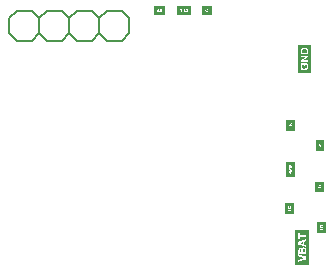
<source format=gbr>
%TF.GenerationSoftware,Altium Limited,Altium Designer,24.2.2 (26)*%
G04 Layer_Color=65535*
%FSLAX45Y45*%
%MOMM*%
%TF.SameCoordinates,C43FDC76-AA2B-4580-830C-854DEF30EB04*%
%TF.FilePolarity,Positive*%
%TF.FileFunction,Legend,Top*%
%TF.Part,Single*%
G01*
G75*
%TA.AperFunction,NonConductor*%
%ADD19C,0.20320*%
G36*
X4660000Y1730000D02*
X4542978D01*
Y1970728D01*
X4660000D01*
Y1730000D01*
D02*
G37*
G36*
X4640000Y402318D02*
Y110000D01*
X4525197D01*
Y402318D01*
X4640000D01*
D02*
G37*
G36*
X3420000Y2300000D02*
Y2224369D01*
X3329074D01*
Y2300000D01*
X3420000D01*
D02*
G37*
G36*
X3640000Y2223999D02*
X3520915D01*
Y2300000D01*
X3640000D01*
Y2223999D01*
D02*
G37*
G36*
X3820000Y2223973D02*
X3736946D01*
Y2300000D01*
X3820000D01*
Y2223973D01*
D02*
G37*
G36*
X4520000Y1240000D02*
X4444818D01*
Y1333488D01*
X4520000D01*
Y1240000D01*
D02*
G37*
G36*
X4770000Y1070000D02*
X4694818D01*
Y1165575D01*
X4770000D01*
Y1070000D01*
D02*
G37*
G36*
X4520000Y979097D02*
Y850000D01*
X4444818D01*
Y979097D01*
X4520000D01*
D02*
G37*
G36*
X4770000Y720000D02*
X4694290D01*
Y810398D01*
X4770000D01*
Y720000D01*
D02*
G37*
G36*
X4510000Y540000D02*
X4434739D01*
Y630133D01*
X4510000D01*
Y540000D01*
D02*
G37*
G36*
X4780000Y466303D02*
Y380000D01*
X4704739D01*
Y466303D01*
X4780000D01*
D02*
G37*
%LPC*%
G36*
X4603396Y1945328D02*
X4600414D01*
X4598820Y1945258D01*
X4597363Y1945120D01*
X4595907Y1944981D01*
X4594590Y1944842D01*
X4593342Y1944634D01*
X4592163Y1944426D01*
X4591123Y1944288D01*
X4590221Y1944080D01*
X4589389Y1943872D01*
X4588626Y1943664D01*
X4588072Y1943525D01*
X4587586Y1943386D01*
X4587239Y1943248D01*
X4587031Y1943178D01*
X4586962D01*
X4584743Y1942346D01*
X4582732Y1941375D01*
X4580929Y1940335D01*
X4580167Y1939850D01*
X4579473Y1939364D01*
X4578780Y1938879D01*
X4578225Y1938463D01*
X4577740Y1938047D01*
X4577324Y1937770D01*
X4576977Y1937492D01*
X4576769Y1937284D01*
X4576630Y1937145D01*
X4576561Y1937076D01*
X4575105Y1935481D01*
X4573856Y1933886D01*
X4572816Y1932292D01*
X4572054Y1930766D01*
X4571430Y1929449D01*
X4571152Y1928894D01*
X4571013Y1928408D01*
X4570875Y1927992D01*
X4570736Y1927715D01*
X4570667Y1927507D01*
Y1927438D01*
X4570459Y1926605D01*
X4570251Y1925704D01*
X4569973Y1923762D01*
X4569696Y1921752D01*
X4569557Y1919810D01*
X4569488Y1918909D01*
Y1917314D01*
X4569419Y1916620D01*
Y1891726D01*
X4633421D01*
Y1918007D01*
Y1917314D01*
X4633352Y1918562D01*
X4633283Y1919741D01*
X4633213Y1920781D01*
X4633144Y1921821D01*
X4633005Y1922792D01*
X4632867Y1923624D01*
X4632728Y1924387D01*
X4632659Y1925080D01*
X4632520Y1925704D01*
X4632381Y1926259D01*
X4632312Y1926675D01*
X4632242Y1927022D01*
X4632173Y1927230D01*
X4632104Y1927368D01*
Y1927438D01*
X4631341Y1929449D01*
X4630509Y1931251D01*
X4629677Y1932777D01*
X4628845Y1934094D01*
X4628498Y1934649D01*
X4628151Y1935135D01*
X4627805Y1935481D01*
X4627527Y1935828D01*
X4627319Y1936105D01*
X4627111Y1936313D01*
X4627042Y1936383D01*
X4626972Y1936452D01*
X4625239Y1938047D01*
X4623367Y1939434D01*
X4621494Y1940613D01*
X4619692Y1941583D01*
X4618859Y1941999D01*
X4618097Y1942346D01*
X4617403Y1942623D01*
X4616849Y1942901D01*
X4616363Y1943040D01*
X4615947Y1943178D01*
X4615739Y1943317D01*
X4615670D01*
X4613451Y1944010D01*
X4611162Y1944496D01*
X4608874Y1944842D01*
X4606725Y1945050D01*
X4605754Y1945189D01*
X4604852Y1945258D01*
X4604090D01*
X4603396Y1945328D01*
D02*
G37*
G36*
X4633421Y1878066D02*
X4569419D01*
Y1866139D01*
X4612411D01*
X4569419Y1839789D01*
Y1827308D01*
X4633421D01*
Y1878066D01*
D02*
G37*
G36*
X4624754Y1815242D02*
X4599166D01*
Y1787436D01*
X4609984D01*
Y1802206D01*
X4618166D01*
X4618998Y1801027D01*
X4619692Y1799848D01*
X4620316Y1798670D01*
X4620870Y1797560D01*
X4621356Y1796589D01*
X4621702Y1795826D01*
X4621841Y1795549D01*
X4621910Y1795341D01*
X4621980Y1795202D01*
Y1795133D01*
X4622535Y1793608D01*
X4622881Y1792151D01*
X4623159Y1790834D01*
X4623367Y1789586D01*
X4623505Y1788546D01*
Y1788060D01*
X4623575Y1787713D01*
Y1787020D01*
X4623505Y1785495D01*
X4623297Y1784108D01*
X4623020Y1782790D01*
X4622673Y1781473D01*
X4622257Y1780294D01*
X4621772Y1779254D01*
X4621286Y1778214D01*
X4620732Y1777312D01*
X4620177Y1776549D01*
X4619692Y1775787D01*
X4619206Y1775232D01*
X4618790Y1774677D01*
X4618443Y1774330D01*
X4618097Y1773984D01*
X4617958Y1773845D01*
X4617889Y1773776D01*
X4616779Y1772874D01*
X4615531Y1772112D01*
X4614214Y1771418D01*
X4612827Y1770863D01*
X4611371Y1770378D01*
X4609984Y1769962D01*
X4608527Y1769615D01*
X4607210Y1769338D01*
X4605892Y1769130D01*
X4604644Y1768991D01*
X4603604Y1768852D01*
X4602633Y1768783D01*
X4601871D01*
X4601247Y1768714D01*
X4600900D01*
X4600761D01*
X4598820Y1768783D01*
X4597017Y1768922D01*
X4595353Y1769199D01*
X4593827Y1769477D01*
X4592371Y1769893D01*
X4591053Y1770309D01*
X4589874Y1770725D01*
X4588834Y1771210D01*
X4587864Y1771695D01*
X4587101Y1772112D01*
X4586407Y1772528D01*
X4585853Y1772944D01*
X4585367Y1773221D01*
X4585090Y1773498D01*
X4584882Y1773637D01*
X4584813Y1773706D01*
X4583842Y1774677D01*
X4583010Y1775717D01*
X4582316Y1776827D01*
X4581692Y1777936D01*
X4581137Y1779046D01*
X4580721Y1780155D01*
X4580375Y1781265D01*
X4580097Y1782305D01*
X4579889Y1783276D01*
X4579681Y1784246D01*
X4579543Y1785078D01*
X4579473Y1785772D01*
X4579404Y1786327D01*
Y1787159D01*
X4579543Y1789170D01*
X4579820Y1790973D01*
X4580305Y1792567D01*
X4580791Y1793885D01*
X4581068Y1794440D01*
X4581276Y1794994D01*
X4581553Y1795410D01*
X4581761Y1795757D01*
X4581900Y1796104D01*
X4582039Y1796312D01*
X4582178Y1796381D01*
Y1796451D01*
X4583287Y1797768D01*
X4584466Y1798808D01*
X4585714Y1799710D01*
X4586893Y1800403D01*
X4587933Y1800958D01*
X4588418Y1801166D01*
X4588834Y1801304D01*
X4589112Y1801443D01*
X4589389Y1801513D01*
X4589528Y1801582D01*
X4589597D01*
X4587170Y1814410D01*
X4585575Y1813994D01*
X4584050Y1813509D01*
X4582594Y1812885D01*
X4581276Y1812261D01*
X4580097Y1811567D01*
X4578918Y1810804D01*
X4577878Y1810111D01*
X4576977Y1809348D01*
X4576145Y1808655D01*
X4575382Y1807961D01*
X4574827Y1807337D01*
X4574273Y1806852D01*
X4573856Y1806366D01*
X4573579Y1806020D01*
X4573440Y1805812D01*
X4573371Y1805742D01*
X4572470Y1804425D01*
X4571707Y1803038D01*
X4571083Y1801582D01*
X4570459Y1800056D01*
X4569973Y1798461D01*
X4569627Y1796936D01*
X4569280Y1795410D01*
X4569003Y1793954D01*
X4568795Y1792567D01*
X4568656Y1791319D01*
X4568517Y1790140D01*
X4568448Y1789100D01*
X4568378Y1788338D01*
Y1815242D01*
D01*
Y1755400D01*
D01*
Y1785495D01*
X4568517Y1783900D01*
X4568656Y1782374D01*
X4568864Y1780918D01*
X4569141Y1779531D01*
X4569419Y1778283D01*
X4569696Y1777104D01*
X4569973Y1776064D01*
X4570251Y1775093D01*
X4570528Y1774261D01*
X4570805Y1773568D01*
X4571083Y1772944D01*
X4571291Y1772458D01*
X4571430Y1772112D01*
X4571499Y1771903D01*
X4571568Y1771834D01*
X4572400Y1770378D01*
X4573302Y1768991D01*
X4574203Y1767674D01*
X4575174Y1766495D01*
X4576214Y1765385D01*
X4577185Y1764415D01*
X4578156Y1763444D01*
X4579126Y1762681D01*
X4580028Y1761918D01*
X4580860Y1761294D01*
X4581623Y1760809D01*
X4582247Y1760323D01*
X4582802Y1759977D01*
X4583218Y1759769D01*
X4583495Y1759630D01*
X4583564Y1759561D01*
X4585021Y1758798D01*
X4586546Y1758174D01*
X4588072Y1757619D01*
X4589597Y1757134D01*
X4591123Y1756787D01*
X4592579Y1756440D01*
X4594035Y1756163D01*
X4595353Y1755955D01*
X4596601Y1755747D01*
X4597710Y1755608D01*
X4598750Y1755539D01*
X4599652Y1755469D01*
X4600345Y1755400D01*
X4568378D01*
X4634600D01*
X4601316D01*
X4603049Y1755469D01*
X4604714Y1755539D01*
X4606309Y1755747D01*
X4607903Y1755955D01*
X4609360Y1756302D01*
X4610746Y1756579D01*
X4612064Y1756926D01*
X4613312Y1757272D01*
X4614422Y1757619D01*
X4615392Y1757966D01*
X4616294Y1758312D01*
X4616987Y1758590D01*
X4617611Y1758798D01*
X4618027Y1759006D01*
X4618305Y1759075D01*
X4618374Y1759145D01*
X4619830Y1759907D01*
X4621148Y1760670D01*
X4622396Y1761572D01*
X4623575Y1762473D01*
X4624615Y1763374D01*
X4625655Y1764345D01*
X4626556Y1765247D01*
X4627319Y1766148D01*
X4628082Y1766980D01*
X4628706Y1767743D01*
X4629191Y1768506D01*
X4629677Y1769060D01*
X4630024Y1769615D01*
X4630232Y1769962D01*
X4630370Y1770239D01*
X4630440Y1770309D01*
X4631202Y1771765D01*
X4631826Y1773221D01*
X4632381Y1774677D01*
X4632867Y1776203D01*
X4633213Y1777728D01*
X4633560Y1779184D01*
X4633837Y1780571D01*
X4634045Y1781889D01*
X4634253Y1783137D01*
X4634392Y1784246D01*
X4634461Y1785286D01*
X4634531Y1786188D01*
X4634600Y1786881D01*
Y1787852D01*
X4634531Y1789308D01*
X4634461Y1790765D01*
X4634115Y1793608D01*
X4633907Y1794994D01*
X4633629Y1796243D01*
X4633352Y1797491D01*
X4633075Y1798600D01*
X4632797Y1799640D01*
X4632589Y1800611D01*
X4632312Y1801443D01*
X4632104Y1802137D01*
X4631896Y1802691D01*
X4631757Y1803107D01*
X4631618Y1803385D01*
Y1803454D01*
X4631064Y1804841D01*
X4630440Y1806158D01*
X4629885Y1807407D01*
X4629261Y1808516D01*
X4628706Y1809626D01*
X4628151Y1810596D01*
X4627597Y1811428D01*
X4627042Y1812261D01*
X4626556Y1812954D01*
X4626140Y1813578D01*
X4625724Y1814063D01*
X4625378Y1814479D01*
X4625100Y1814826D01*
X4624892Y1815034D01*
X4624823Y1815173D01*
X4624754Y1815242D01*
D02*
G37*
%LPD*%
G36*
X4604090Y1931945D02*
X4605268Y1931875D01*
X4606447Y1931806D01*
X4607487Y1931737D01*
X4608389Y1931598D01*
X4609290Y1931459D01*
X4610122Y1931390D01*
X4610816Y1931251D01*
X4611440Y1931113D01*
X4611925Y1930974D01*
X4612411Y1930905D01*
X4612757Y1930835D01*
X4612965Y1930766D01*
X4613104Y1930697D01*
X4613173D01*
X4614699Y1930142D01*
X4615947Y1929587D01*
X4616987Y1929032D01*
X4617889Y1928478D01*
X4618513Y1928062D01*
X4618998Y1927646D01*
X4619275Y1927368D01*
X4619345Y1927299D01*
X4619969Y1926467D01*
X4620524Y1925635D01*
X4621009Y1924733D01*
X4621425Y1923901D01*
X4621702Y1923208D01*
X4621910Y1922653D01*
X4621980Y1922237D01*
X4622049Y1922168D01*
Y1922098D01*
X4622119Y1921613D01*
X4622257Y1921058D01*
X4622396Y1919879D01*
X4622465Y1918562D01*
X4622535Y1917244D01*
X4622604Y1916135D01*
Y1904624D01*
X4580236D01*
Y1913084D01*
X4580305Y1914263D01*
Y1915372D01*
X4580375Y1916343D01*
X4580444Y1917244D01*
X4580513Y1918007D01*
Y1918631D01*
X4580583Y1919255D01*
X4580652Y1919741D01*
X4580721Y1920157D01*
X4580791Y1920434D01*
Y1920711D01*
X4580860Y1920850D01*
Y1920989D01*
X4581207Y1922306D01*
X4581692Y1923485D01*
X4582178Y1924525D01*
X4582663Y1925357D01*
X4583148Y1926051D01*
X4583564Y1926605D01*
X4583842Y1926883D01*
X4583911Y1927022D01*
X4584813Y1927854D01*
X4585783Y1928616D01*
X4586823Y1929240D01*
X4587794Y1929726D01*
X4588696Y1930142D01*
X4589458Y1930489D01*
X4589666Y1930558D01*
X4589874Y1930627D01*
X4590013Y1930697D01*
X4590083D01*
X4590845Y1930905D01*
X4591677Y1931113D01*
X4593550Y1931459D01*
X4595422Y1931667D01*
X4597225Y1931875D01*
X4598126D01*
X4598889Y1931945D01*
X4599582D01*
X4600206Y1932014D01*
X4600761D01*
X4601108D01*
X4601385D01*
X4601455D01*
X4602772D01*
X4604090Y1931945D01*
D02*
G37*
G36*
X4633421Y1839235D02*
X4591400D01*
X4633421Y1865168D01*
Y1839235D01*
D02*
G37*
%LPC*%
G36*
X4614600Y376918D02*
D01*
Y358057D01*
X4561415D01*
Y376918D01*
X4614600D01*
X4550597D01*
Y326160D01*
X4561415D01*
Y345160D01*
X4614600D01*
Y326160D01*
D01*
D01*
Y376918D01*
D02*
G37*
G36*
Y323872D02*
X4550597Y298215D01*
Y259592D01*
Y284485D01*
X4614600Y259592D01*
Y323872D01*
D02*
G37*
G36*
Y255154D02*
X4595046D01*
X4594075Y255015D01*
X4592203Y254668D01*
X4590608Y254114D01*
X4589152Y253559D01*
X4588597Y253281D01*
X4588042Y253004D01*
X4587557Y252727D01*
X4587141Y252449D01*
X4586863Y252241D01*
X4586655Y252103D01*
X4586517Y252033D01*
X4586447Y251964D01*
X4584991Y250716D01*
X4583812Y249260D01*
X4582772Y247734D01*
X4582009Y246347D01*
X4581385Y245030D01*
X4581177Y244475D01*
X4580969Y243990D01*
X4580831Y243574D01*
X4580692Y243296D01*
X4580623Y243088D01*
Y243019D01*
X4579860Y244475D01*
X4578958Y245792D01*
X4577988Y246902D01*
X4577086Y247873D01*
X4576254Y248636D01*
X4575630Y249190D01*
X4575353Y249329D01*
X4575145Y249468D01*
X4575075Y249606D01*
X4575006D01*
X4573550Y250438D01*
X4572163Y250993D01*
X4570776Y251409D01*
X4569458Y251756D01*
X4568349Y251895D01*
X4567933Y251964D01*
X4567517D01*
X4567170Y252033D01*
X4566962D01*
X4566823D01*
X4566754D01*
X4565229Y251964D01*
X4563842Y251756D01*
X4562524Y251409D01*
X4561415Y251062D01*
X4560513Y250646D01*
X4559820Y250369D01*
X4559612Y250230D01*
X4559404Y250092D01*
X4559335Y250022D01*
X4559265D01*
X4558086Y249260D01*
X4557046Y248427D01*
X4556145Y247595D01*
X4555313Y246833D01*
X4554758Y246139D01*
X4554273Y245584D01*
X4553995Y245238D01*
X4553926Y245168D01*
Y245099D01*
X4553232Y243990D01*
X4552678Y242811D01*
X4552192Y241701D01*
X4551846Y240661D01*
X4551568Y239760D01*
X4551430Y239066D01*
X4551360Y238789D01*
X4551291Y238581D01*
Y238442D01*
X4551152Y237679D01*
X4551083Y236917D01*
X4550875Y235114D01*
X4550736Y233242D01*
X4550667Y231369D01*
Y230537D01*
X4550597Y229705D01*
Y201552D01*
X4614600D01*
Y225545D01*
X4614531Y227556D01*
Y230953D01*
X4614461Y232409D01*
Y233658D01*
X4614392Y234767D01*
Y235738D01*
X4614323Y236501D01*
Y237194D01*
X4614253Y237749D01*
Y238165D01*
X4614184Y238512D01*
Y238858D01*
X4613907Y240731D01*
X4613491Y242395D01*
X4613005Y243920D01*
X4612451Y245168D01*
X4611965Y246139D01*
X4611757Y246555D01*
X4611618Y246902D01*
X4611410Y247179D01*
X4611272Y247387D01*
X4611202Y247457D01*
Y247526D01*
X4610232Y248774D01*
X4609122Y249884D01*
X4608013Y250854D01*
X4606972Y251617D01*
X4606071Y252241D01*
X4605308Y252727D01*
X4605031Y252865D01*
X4604823Y253004D01*
X4604684Y253073D01*
X4604615D01*
X4603020Y253767D01*
X4601494Y254252D01*
X4600108Y254668D01*
X4598790Y254876D01*
X4597681Y255015D01*
X4597195Y255084D01*
X4596849Y255154D01*
X4614600D01*
D02*
G37*
G36*
Y194965D02*
Y172082D01*
X4550597Y194965D01*
Y135400D01*
X4614600Y158214D01*
Y135400D01*
Y194965D01*
D02*
G37*
%LPD*%
G36*
X4589221Y282544D02*
X4565506Y291212D01*
X4589221Y300087D01*
Y282544D01*
D02*
G37*
G36*
X4614600Y273252D02*
X4600038Y278591D01*
Y304178D01*
X4614600Y309795D01*
Y273252D01*
D02*
G37*
G36*
X4596641Y241771D02*
X4597750Y241563D01*
X4598651Y241216D01*
X4599414Y240939D01*
X4600038Y240592D01*
X4600524Y240245D01*
X4600801Y240037D01*
X4600870Y239968D01*
X4601564Y239274D01*
X4602119Y238442D01*
X4602535Y237679D01*
X4602881Y236917D01*
X4603159Y236293D01*
X4603297Y235738D01*
X4603436Y235391D01*
Y235253D01*
X4603505Y234836D01*
X4603575Y234351D01*
Y233727D01*
X4603644Y233103D01*
X4603713Y231647D01*
Y230121D01*
X4603783Y228665D01*
Y214450D01*
X4586725D01*
Y226446D01*
X4586794Y227902D01*
Y229220D01*
X4586863Y230399D01*
X4586933Y231439D01*
X4587002Y232409D01*
X4587141Y233242D01*
X4587210Y233935D01*
X4587279Y234559D01*
X4587418Y235044D01*
X4587487Y235461D01*
X4587557Y235807D01*
X4587626Y236085D01*
Y236223D01*
X4587695Y236362D01*
X4588111Y237263D01*
X4588528Y238096D01*
X4589013Y238789D01*
X4589498Y239344D01*
X4589914Y239829D01*
X4590261Y240106D01*
X4590538Y240314D01*
X4590608Y240384D01*
X4591371Y240869D01*
X4592203Y241216D01*
X4593035Y241493D01*
X4593798Y241632D01*
X4594422Y241771D01*
X4594976Y241840D01*
X4595323D01*
X4595462D01*
X4596641Y241771D01*
D02*
G37*
G36*
X4569667Y239413D02*
X4570637Y239205D01*
X4571539Y238858D01*
X4572232Y238512D01*
X4572856Y238165D01*
X4573272Y237818D01*
X4573550Y237610D01*
X4573619Y237541D01*
X4574243Y236778D01*
X4574728Y235946D01*
X4575145Y235044D01*
X4575422Y234212D01*
X4575630Y233519D01*
X4575769Y232895D01*
X4575838Y232479D01*
Y231924D01*
X4575907Y231369D01*
Y230745D01*
X4575977Y230052D01*
Y228526D01*
X4576046Y226931D01*
Y214450D01*
X4561276D01*
Y226307D01*
X4561345Y227486D01*
Y229358D01*
X4561415Y230191D01*
Y231369D01*
X4561484Y231855D01*
Y232479D01*
X4561553Y232687D01*
Y232895D01*
X4561762Y234074D01*
X4562039Y235044D01*
X4562386Y235877D01*
X4562802Y236570D01*
X4563148Y237125D01*
X4563495Y237541D01*
X4563703Y237749D01*
X4563772Y237818D01*
X4564535Y238373D01*
X4565298Y238789D01*
X4566130Y239066D01*
X4566893Y239274D01*
X4567517Y239413D01*
X4568072Y239482D01*
X4568418D01*
X4568557D01*
X4569667Y239413D01*
D02*
G37*
G36*
X4597958Y165564D02*
X4550597Y149338D01*
Y181235D01*
X4597958Y165564D01*
D02*
G37*
%LPC*%
G36*
X3394600Y2274600D02*
X3378195D01*
X3386569D01*
X3385803Y2274574D01*
X3385063Y2274468D01*
X3384377Y2274309D01*
X3383743Y2274098D01*
X3383161Y2273860D01*
X3382633Y2273570D01*
X3382131Y2273279D01*
X3381682Y2272989D01*
X3381286Y2272698D01*
X3380942Y2272407D01*
X3380652Y2272117D01*
X3380414Y2271879D01*
X3380203Y2271668D01*
X3380071Y2271509D01*
X3379991Y2271404D01*
X3379965Y2271377D01*
X3379648Y2270928D01*
X3379384Y2270453D01*
X3379146Y2270004D01*
X3378935Y2269528D01*
X3378776Y2269079D01*
X3378618Y2268630D01*
X3378512Y2268207D01*
X3378407Y2267785D01*
X3378354Y2267415D01*
X3378301Y2267071D01*
X3378248Y2266754D01*
X3378222Y2266490D01*
X3378195Y2266279D01*
Y2266754D01*
Y2265988D01*
X3378222Y2265328D01*
X3378301Y2264694D01*
X3378407Y2264113D01*
X3378539Y2263532D01*
X3378697Y2263030D01*
X3378882Y2262528D01*
X3379093Y2262079D01*
X3379278Y2261683D01*
X3379490Y2261313D01*
X3379701Y2260996D01*
X3379886Y2260732D01*
X3380044Y2260520D01*
X3380176Y2260335D01*
X3380282Y2260203D01*
X3380361Y2260124D01*
X3380388Y2260098D01*
X3380810Y2259701D01*
X3381233Y2259358D01*
X3381682Y2259041D01*
X3382131Y2258777D01*
X3382580Y2258565D01*
X3383003Y2258381D01*
X3383426Y2258222D01*
X3383848Y2258116D01*
X3384218Y2258011D01*
X3384561Y2257958D01*
X3384878Y2257905D01*
X3385143Y2257852D01*
X3385380D01*
X3385539Y2257826D01*
X3385671D01*
X3386278Y2257852D01*
X3386860Y2257958D01*
X3387388Y2258064D01*
X3387890Y2258222D01*
X3388286Y2258354D01*
X3388445Y2258433D01*
X3388603Y2258486D01*
X3388709Y2258539D01*
X3388788Y2258592D01*
X3388841Y2258618D01*
X3388867D01*
X3388128Y2254471D01*
X3379278D01*
Y2250086D01*
X3391641D01*
X3394045Y2262792D01*
X3390267Y2263320D01*
X3389977Y2263003D01*
X3389660Y2262739D01*
X3389343Y2262501D01*
X3389026Y2262290D01*
X3388735Y2262132D01*
X3388418Y2261973D01*
X3387863Y2261762D01*
X3387362Y2261656D01*
X3387177Y2261603D01*
X3386992Y2261577D01*
X3386833Y2261550D01*
X3386358D01*
X3386067Y2261603D01*
X3385565Y2261735D01*
X3385116Y2261920D01*
X3384746Y2262105D01*
X3384429Y2262317D01*
X3384218Y2262501D01*
X3384086Y2262634D01*
X3384033Y2262660D01*
Y2262686D01*
X3383690Y2263162D01*
X3383426Y2263690D01*
X3383241Y2264245D01*
X3383135Y2264800D01*
X3383056Y2265302D01*
X3383029Y2265513D01*
Y2265698D01*
X3383003Y2265856D01*
Y2265962D01*
Y2266041D01*
Y2266068D01*
Y2266490D01*
X3383056Y2266913D01*
X3383109Y2267283D01*
X3383161Y2267653D01*
X3383241Y2267970D01*
X3383320Y2268260D01*
X3383426Y2268524D01*
X3383505Y2268762D01*
X3383610Y2268973D01*
X3383716Y2269158D01*
X3383795Y2269317D01*
X3383875Y2269449D01*
X3383927Y2269528D01*
X3383980Y2269607D01*
X3384033Y2269634D01*
Y2269660D01*
X3384218Y2269872D01*
X3384429Y2270056D01*
X3384852Y2270347D01*
X3385248Y2270558D01*
X3385644Y2270690D01*
X3385988Y2270796D01*
X3386278Y2270822D01*
X3386384Y2270849D01*
X3386516D01*
X3386992Y2270796D01*
X3387414Y2270690D01*
X3387811Y2270558D01*
X3388128Y2270373D01*
X3388418Y2270215D01*
X3388603Y2270056D01*
X3388735Y2269951D01*
X3388788Y2269924D01*
X3389105Y2269555D01*
X3389369Y2269132D01*
X3389580Y2268736D01*
X3389739Y2268313D01*
X3389845Y2267970D01*
X3389897Y2267679D01*
X3389924Y2267573D01*
X3389950Y2267494D01*
Y2267441D01*
Y2267415D01*
X3394600Y2267917D01*
X3394494Y2268471D01*
X3394388Y2269000D01*
X3394230Y2269502D01*
X3394045Y2269977D01*
X3393833Y2270400D01*
X3393622Y2270796D01*
X3393411Y2271166D01*
X3393199Y2271509D01*
X3392988Y2271800D01*
X3392777Y2272064D01*
X3392592Y2272275D01*
X3392433Y2272460D01*
X3392275Y2272619D01*
X3392169Y2272724D01*
X3392116Y2272777D01*
X3392090Y2272804D01*
X3391667Y2273121D01*
X3391245Y2273385D01*
X3390796Y2273623D01*
X3390320Y2273834D01*
X3389871Y2274019D01*
X3389396Y2274151D01*
X3388524Y2274362D01*
X3388128Y2274441D01*
X3387758Y2274494D01*
X3387414Y2274547D01*
X3387124Y2274574D01*
X3386886Y2274600D01*
X3394600D01*
D01*
D02*
G37*
G36*
X3377165Y2274151D02*
X3354474D01*
X3363191D01*
X3354474Y2249769D01*
X3359704D01*
X3365674Y2267811D01*
X3371855Y2249769D01*
X3377165D01*
X3368474Y2274151D01*
X3377165D01*
D01*
D02*
G37*
G36*
X3568292Y2274177D02*
X3563379D01*
Y2266834D01*
X3559417Y2262739D01*
X3552680Y2274177D01*
X3546314D01*
X3556009Y2259279D01*
X3546790Y2249795D01*
X3546314D01*
D01*
X3568292D01*
Y2274177D01*
D02*
G37*
G36*
X3603716Y2274600D02*
X3593361D01*
Y2249399D01*
Y2266702D01*
X3598142Y2265222D01*
X3598274Y2265698D01*
X3598407Y2266173D01*
X3598565Y2266596D01*
X3598724Y2266966D01*
X3598908Y2267336D01*
X3599067Y2267653D01*
X3599252Y2267943D01*
X3599410Y2268207D01*
X3599569Y2268419D01*
X3599727Y2268630D01*
X3599859Y2268788D01*
X3599965Y2268921D01*
X3600071Y2269026D01*
X3600150Y2269105D01*
X3600176Y2269132D01*
X3600203Y2269158D01*
X3600467Y2269370D01*
X3600758Y2269555D01*
X3601312Y2269872D01*
X3601867Y2270083D01*
X3602395Y2270241D01*
X3602871Y2270321D01*
X3603056Y2270373D01*
X3603241D01*
X3603373Y2270400D01*
X3603558D01*
X3604033Y2270373D01*
X3604509Y2270321D01*
X3604958Y2270215D01*
X3605354Y2270083D01*
X3605750Y2269951D01*
X3606094Y2269792D01*
X3606437Y2269607D01*
X3606728Y2269422D01*
X3606992Y2269238D01*
X3607230Y2269053D01*
X3607414Y2268894D01*
X3607599Y2268762D01*
X3607705Y2268630D01*
X3607811Y2268524D01*
X3607863Y2268471D01*
X3607890Y2268445D01*
X3608180Y2268049D01*
X3608418Y2267600D01*
X3608656Y2267124D01*
X3608841Y2266596D01*
X3608999Y2266041D01*
X3609131Y2265513D01*
X3609316Y2264430D01*
X3609396Y2263901D01*
X3609448Y2263426D01*
X3609475Y2263003D01*
X3609501Y2262607D01*
X3609528Y2262317D01*
Y2262079D01*
Y2261920D01*
Y2261867D01*
X3609501Y2261075D01*
X3609448Y2260335D01*
X3609369Y2259675D01*
X3609264Y2259041D01*
X3609131Y2258460D01*
X3608999Y2257958D01*
X3608841Y2257482D01*
X3608682Y2257086D01*
X3608550Y2256716D01*
X3608392Y2256399D01*
X3608260Y2256135D01*
X3608128Y2255924D01*
X3608022Y2255765D01*
X3607943Y2255633D01*
X3607890Y2255580D01*
X3607863Y2255554D01*
X3607547Y2255211D01*
X3607177Y2254920D01*
X3606833Y2254656D01*
X3606463Y2254418D01*
X3606094Y2254233D01*
X3605724Y2254075D01*
X3605354Y2253943D01*
X3605011Y2253837D01*
X3604694Y2253758D01*
X3604403Y2253705D01*
X3604139Y2253652D01*
X3603901Y2253626D01*
X3603716Y2253599D01*
X3603452D01*
X3602739Y2253652D01*
X3602105Y2253784D01*
X3601550Y2253943D01*
X3601048Y2254154D01*
X3600652Y2254365D01*
X3600493Y2254445D01*
X3600361Y2254524D01*
X3600256Y2254603D01*
X3600176Y2254656D01*
X3600150Y2254682D01*
X3600124Y2254709D01*
X3599648Y2255158D01*
X3599252Y2255633D01*
X3598935Y2256135D01*
X3598697Y2256611D01*
X3598512Y2257033D01*
X3598433Y2257218D01*
X3598380Y2257377D01*
X3598354Y2257509D01*
X3598327Y2257614D01*
X3598301Y2257667D01*
Y2257694D01*
X3593440Y2256531D01*
X3593599Y2256003D01*
X3593784Y2255501D01*
X3593995Y2255052D01*
X3594180Y2254603D01*
X3594391Y2254207D01*
X3594603Y2253837D01*
X3594814Y2253520D01*
X3594999Y2253203D01*
X3595210Y2252939D01*
X3595369Y2252701D01*
X3595527Y2252516D01*
X3595686Y2252358D01*
X3595791Y2252226D01*
X3595871Y2252146D01*
X3595923Y2252094D01*
X3595950Y2252067D01*
X3596505Y2251592D01*
X3597059Y2251195D01*
X3597667Y2250826D01*
X3598274Y2250535D01*
X3598882Y2250271D01*
X3599490Y2250060D01*
X3600071Y2249875D01*
X3600626Y2249743D01*
X3601154Y2249610D01*
X3601656Y2249531D01*
X3602105Y2249478D01*
X3602475Y2249452D01*
X3602792Y2249426D01*
X3603003Y2249399D01*
X3593361D01*
X3603214D01*
X3604139Y2249426D01*
X3605037Y2249531D01*
X3605882Y2249716D01*
X3606675Y2249927D01*
X3607414Y2250192D01*
X3608075Y2250456D01*
X3608709Y2250773D01*
X3609264Y2251090D01*
X3609765Y2251407D01*
X3610215Y2251697D01*
X3610584Y2251988D01*
X3610901Y2252252D01*
X3611165Y2252463D01*
X3611324Y2252622D01*
X3611456Y2252754D01*
X3611482Y2252780D01*
X3612037Y2253441D01*
X3612513Y2254154D01*
X3612935Y2254894D01*
X3613279Y2255660D01*
X3613596Y2256452D01*
X3613834Y2257245D01*
X3614045Y2258011D01*
X3614203Y2258777D01*
X3614335Y2259464D01*
X3614441Y2260124D01*
X3614494Y2260732D01*
X3614547Y2261233D01*
X3614573Y2261656D01*
X3614600Y2261815D01*
Y2262237D01*
X3614573Y2263294D01*
X3614467Y2264271D01*
X3614309Y2265196D01*
X3614124Y2266068D01*
X3613886Y2266887D01*
X3613622Y2267626D01*
X3613332Y2268313D01*
X3613041Y2268921D01*
X3612750Y2269475D01*
X3612460Y2269951D01*
X3612196Y2270347D01*
X3611958Y2270690D01*
X3611773Y2270955D01*
X3611615Y2271139D01*
X3611509Y2271272D01*
X3611482Y2271298D01*
X3610875Y2271879D01*
X3610241Y2272381D01*
X3609581Y2272830D01*
X3608920Y2273200D01*
X3608260Y2273517D01*
X3607599Y2273781D01*
X3606939Y2274019D01*
X3606331Y2274177D01*
X3605750Y2274336D01*
X3605195Y2274415D01*
X3604720Y2274494D01*
X3604324Y2274547D01*
X3603980Y2274574D01*
X3603716Y2274600D01*
D02*
G37*
G36*
X3589002Y2274177D02*
X3571858D01*
Y2250007D01*
Y2270056D01*
X3584089D01*
Y2250007D01*
X3589002D01*
Y2274177D01*
D02*
G37*
%LPD*%
G36*
X3563379Y2249795D02*
X3553420D01*
X3563379Y2260626D01*
Y2249795D01*
D02*
G37*
G36*
X3602792Y2274574D02*
X3602105Y2274521D01*
X3601444Y2274415D01*
X3600837Y2274309D01*
X3600256Y2274151D01*
X3599727Y2273992D01*
X3599225Y2273807D01*
X3598803Y2273623D01*
X3598380Y2273464D01*
X3598037Y2273279D01*
X3597746Y2273121D01*
X3597482Y2272962D01*
X3597297Y2272857D01*
X3597139Y2272751D01*
X3597059Y2272698D01*
X3597033Y2272672D01*
X3596557Y2272275D01*
X3596135Y2271853D01*
X3595739Y2271404D01*
X3595369Y2270902D01*
X3595052Y2270426D01*
X3594735Y2269924D01*
X3594471Y2269422D01*
X3594233Y2268947D01*
X3594022Y2268498D01*
X3593837Y2268075D01*
X3593705Y2267679D01*
X3593572Y2267362D01*
X3593467Y2267071D01*
X3593414Y2266887D01*
X3593361Y2266754D01*
Y2274600D01*
X3603505D01*
X3602792Y2274574D01*
D02*
G37*
%LPC*%
G36*
X3785988Y2274600D02*
Y2262158D01*
X3785962Y2263215D01*
X3785856Y2264218D01*
X3785698Y2265169D01*
X3785486Y2266041D01*
X3785249Y2266860D01*
X3784985Y2267600D01*
X3784694Y2268287D01*
X3784377Y2268894D01*
X3784086Y2269449D01*
X3783796Y2269924D01*
X3783532Y2270347D01*
X3783294Y2270690D01*
X3783083Y2270955D01*
X3782924Y2271139D01*
X3782818Y2271245D01*
X3782792Y2271298D01*
X3782158Y2271879D01*
X3781498Y2272381D01*
X3780811Y2272830D01*
X3780098Y2273200D01*
X3779384Y2273517D01*
X3778645Y2273781D01*
X3777958Y2274019D01*
X3777271Y2274177D01*
X3776637Y2274336D01*
X3776056Y2274415D01*
X3775501Y2274494D01*
X3775052Y2274547D01*
X3774682Y2274574D01*
X3774392Y2274600D01*
X3774154D01*
X3773177Y2274574D01*
X3772226Y2274468D01*
X3771354Y2274283D01*
X3770535Y2274072D01*
X3769769Y2273834D01*
X3769056Y2273543D01*
X3768422Y2273253D01*
X3767841Y2272936D01*
X3767312Y2272619D01*
X3766863Y2272328D01*
X3766467Y2272038D01*
X3766150Y2271800D01*
X3765886Y2271589D01*
X3765727Y2271404D01*
X3765595Y2271298D01*
X3765569Y2271272D01*
X3764988Y2270611D01*
X3764512Y2269924D01*
X3764063Y2269185D01*
X3763693Y2268419D01*
X3763403Y2267653D01*
X3763139Y2266887D01*
X3762927Y2266120D01*
X3762742Y2265407D01*
X3762610Y2264720D01*
X3762505Y2264060D01*
X3762452Y2263505D01*
X3762399Y2263003D01*
X3762372Y2262581D01*
X3762346Y2262422D01*
Y2249373D01*
X3785988D01*
Y2274600D01*
D02*
G37*
G36*
X3794600Y2274151D02*
X3789687D01*
Y2249769D01*
X3794600D01*
Y2274151D01*
D02*
G37*
%LPD*%
G36*
X3774682Y2270373D02*
X3775211Y2270294D01*
X3775713Y2270188D01*
X3776162Y2270056D01*
X3776584Y2269898D01*
X3776981Y2269713D01*
X3777350Y2269528D01*
X3777694Y2269317D01*
X3777984Y2269132D01*
X3778248Y2268947D01*
X3778486Y2268762D01*
X3778671Y2268604D01*
X3778830Y2268445D01*
X3778935Y2268339D01*
X3778988Y2268287D01*
X3779015Y2268260D01*
X3779358Y2267837D01*
X3779649Y2267362D01*
X3779886Y2266887D01*
X3780124Y2266385D01*
X3780309Y2265856D01*
X3780441Y2265328D01*
X3780573Y2264826D01*
X3780679Y2264324D01*
X3780758Y2263849D01*
X3780811Y2263400D01*
X3780864Y2263003D01*
X3780890Y2262660D01*
Y2262369D01*
X3780916Y2262158D01*
Y2262026D01*
Y2261973D01*
X3780890Y2261207D01*
X3780837Y2260494D01*
X3780758Y2259833D01*
X3780626Y2259226D01*
X3780494Y2258645D01*
X3780335Y2258143D01*
X3780150Y2257667D01*
X3779992Y2257245D01*
X3779807Y2256875D01*
X3779649Y2256558D01*
X3779490Y2256294D01*
X3779358Y2256082D01*
X3779226Y2255897D01*
X3779147Y2255792D01*
X3779094Y2255713D01*
X3779067Y2255686D01*
X3778698Y2255316D01*
X3778328Y2254999D01*
X3777905Y2254709D01*
X3777509Y2254471D01*
X3777086Y2254260D01*
X3776690Y2254075D01*
X3776294Y2253943D01*
X3775897Y2253837D01*
X3775554Y2253758D01*
X3775211Y2253678D01*
X3774920Y2253626D01*
X3774656Y2253599D01*
X3774445Y2253573D01*
X3774154D01*
X3773599Y2253599D01*
X3773071Y2253652D01*
X3772569Y2253758D01*
X3772120Y2253890D01*
X3771671Y2254048D01*
X3771275Y2254233D01*
X3770905Y2254418D01*
X3770561Y2254603D01*
X3770271Y2254814D01*
X3770007Y2254999D01*
X3769795Y2255184D01*
X3769610Y2255343D01*
X3769452Y2255475D01*
X3769346Y2255580D01*
X3769293Y2255633D01*
X3769267Y2255660D01*
X3768950Y2256056D01*
X3768659Y2256531D01*
X3768422Y2257007D01*
X3768184Y2257509D01*
X3768025Y2258011D01*
X3767867Y2258539D01*
X3767735Y2259067D01*
X3767656Y2259569D01*
X3767576Y2260045D01*
X3767524Y2260494D01*
X3767471Y2260890D01*
X3767444Y2261233D01*
X3767418Y2261524D01*
Y2261735D01*
Y2261867D01*
Y2261920D01*
X3767444Y2262686D01*
X3767497Y2263426D01*
X3767603Y2264086D01*
X3767708Y2264720D01*
X3767867Y2265275D01*
X3768025Y2265803D01*
X3768184Y2266279D01*
X3768369Y2266702D01*
X3768554Y2267071D01*
X3768712Y2267388D01*
X3768871Y2267679D01*
X3769029Y2267890D01*
X3769135Y2268075D01*
X3769241Y2268181D01*
X3769293Y2268260D01*
X3769320Y2268287D01*
X3769690Y2268656D01*
X3770086Y2268973D01*
X3770482Y2269264D01*
X3770878Y2269502D01*
X3771275Y2269713D01*
X3771697Y2269872D01*
X3772067Y2270030D01*
X3772437Y2270136D01*
X3772807Y2270215D01*
X3773124Y2270294D01*
X3773414Y2270347D01*
X3773652Y2270373D01*
X3773863D01*
X3774022Y2270400D01*
X3774154D01*
X3774682Y2270373D01*
D02*
G37*
G36*
X3785988Y2249373D02*
X3774207D01*
X3775290Y2249426D01*
X3776294Y2249531D01*
X3776743Y2249610D01*
X3777192Y2249690D01*
X3777588Y2249769D01*
X3777958Y2249848D01*
X3778301Y2249954D01*
X3778592Y2250033D01*
X3778856Y2250112D01*
X3779067Y2250192D01*
X3779226Y2250271D01*
X3779358Y2250297D01*
X3779437Y2250350D01*
X3779464D01*
X3780098Y2250641D01*
X3780679Y2250984D01*
X3781233Y2251354D01*
X3781683Y2251724D01*
X3782079Y2252041D01*
X3782237Y2252173D01*
X3782369Y2252305D01*
X3782475Y2252411D01*
X3782554Y2252490D01*
X3782607Y2252516D01*
X3782634Y2252543D01*
X3783135Y2253124D01*
X3783585Y2253678D01*
X3783981Y2254260D01*
X3784298Y2254762D01*
X3784535Y2255237D01*
X3784641Y2255422D01*
X3784720Y2255580D01*
X3784800Y2255713D01*
X3784852Y2255818D01*
X3784879Y2255871D01*
Y2255897D01*
X3785064Y2256373D01*
X3785249Y2256901D01*
X3785513Y2257931D01*
X3785724Y2258988D01*
X3785777Y2259490D01*
X3785856Y2259966D01*
X3785883Y2260441D01*
X3785936Y2260837D01*
X3785962Y2261207D01*
Y2261524D01*
X3785988Y2261788D01*
Y2249373D01*
D02*
G37*
G36*
X3762372Y2260943D02*
X3762478Y2259913D01*
X3762637Y2258962D01*
X3762848Y2258064D01*
X3763086Y2257245D01*
X3763376Y2256479D01*
X3763667Y2255765D01*
X3763957Y2255158D01*
X3764274Y2254577D01*
X3764565Y2254101D01*
X3764829Y2253678D01*
X3765093Y2253335D01*
X3765305Y2253071D01*
X3765463Y2252886D01*
X3765569Y2252754D01*
X3765595Y2252728D01*
X3766229Y2252146D01*
X3766890Y2251618D01*
X3767576Y2251169D01*
X3768290Y2250799D01*
X3769029Y2250456D01*
X3769743Y2250192D01*
X3770429Y2249980D01*
X3771116Y2249795D01*
X3771750Y2249663D01*
X3772331Y2249558D01*
X3772860Y2249478D01*
X3773309Y2249426D01*
X3773679Y2249399D01*
X3773969Y2249373D01*
X3762346D01*
Y2262026D01*
X3762372Y2260943D01*
D02*
G37*
%LPC*%
G36*
X4494600Y1308088D02*
X4481894Y1299688D01*
X4470218Y1307349D01*
Y1308088D01*
Y1301643D01*
X4477535Y1296782D01*
X4470218Y1291975D01*
Y1285423D01*
Y1286216D01*
X4481920Y1293877D01*
X4494600Y1285423D01*
Y1291314D01*
X4486332Y1296756D01*
X4494600Y1302171D01*
Y1308088D01*
D02*
G37*
G36*
Y1284737D02*
D01*
Y1277551D01*
X4474339D01*
Y1284737D01*
X4470218D01*
Y1265400D01*
X4494600D01*
Y1284737D01*
D02*
G37*
%LPD*%
G36*
Y1265400D02*
X4474339D01*
Y1272638D01*
X4494600D01*
Y1265400D01*
D02*
G37*
%LPC*%
G36*
X4744600Y1140175D02*
X4731894Y1131775D01*
X4720218Y1139435D01*
Y1140175D01*
Y1133730D01*
X4727535Y1128869D01*
X4720218Y1124061D01*
Y1117510D01*
Y1118303D01*
X4731920Y1125963D01*
X4744600Y1117510D01*
Y1123401D01*
X4736332Y1128843D01*
X4744600Y1134258D01*
Y1140175D01*
D02*
G37*
G36*
Y1117325D02*
X4720218D01*
Y1095400D01*
X4744600D01*
Y1100313D01*
X4734430D01*
Y1101898D01*
X4734483Y1102400D01*
X4734509Y1102823D01*
X4734562Y1103166D01*
X4734615Y1103430D01*
X4734668Y1103615D01*
X4734694Y1103747D01*
X4734721Y1103774D01*
X4734826Y1104064D01*
X4734985Y1104328D01*
X4735143Y1104593D01*
X4735328Y1104804D01*
X4735487Y1104989D01*
X4735592Y1105147D01*
X4735698Y1105227D01*
X4735724Y1105253D01*
X4735883Y1105412D01*
X4736094Y1105570D01*
X4736332Y1105755D01*
X4736596Y1105966D01*
X4737177Y1106389D01*
X4737785Y1106838D01*
X4738366Y1107234D01*
X4738604Y1107419D01*
X4738841Y1107551D01*
X4739026Y1107683D01*
X4739158Y1107789D01*
X4739264Y1107842D01*
X4739290Y1107868D01*
X4744600Y1111434D01*
Y1117325D01*
X4739872Y1114340D01*
X4739343Y1114023D01*
X4738894Y1113706D01*
X4738445Y1113416D01*
X4738049Y1113151D01*
X4737679Y1112914D01*
X4737362Y1112676D01*
X4737072Y1112465D01*
X4736807Y1112280D01*
X4736596Y1112121D01*
X4736411Y1111963D01*
X4736253Y1111831D01*
X4736121Y1111725D01*
X4736041Y1111646D01*
X4735962Y1111593D01*
X4735909Y1111540D01*
X4735513Y1111144D01*
X4735117Y1110695D01*
X4734773Y1110246D01*
X4734483Y1109823D01*
X4734219Y1109453D01*
X4734034Y1109163D01*
X4733954Y1109057D01*
X4733928Y1108978D01*
X4733875Y1108925D01*
Y1108898D01*
X4733770Y1109480D01*
X4733637Y1110034D01*
X4733479Y1110536D01*
X4733320Y1111012D01*
X4733136Y1111461D01*
X4732951Y1111857D01*
X4732766Y1112200D01*
X4732554Y1112517D01*
X4732370Y1112808D01*
X4732185Y1113046D01*
X4732026Y1113257D01*
X4731894Y1113442D01*
X4731762Y1113574D01*
X4731683Y1113653D01*
X4731630Y1113706D01*
X4731603Y1113733D01*
X4731260Y1114023D01*
X4730890Y1114261D01*
X4730520Y1114472D01*
X4730124Y1114657D01*
X4729754Y1114816D01*
X4729384Y1114948D01*
X4728645Y1115133D01*
X4728328Y1115212D01*
X4728011Y1115265D01*
X4727747Y1115291D01*
X4727509Y1115318D01*
X4727324Y1115344D01*
X4727192D01*
X4727086D01*
X4727060D01*
X4726267Y1115291D01*
X4725554Y1115185D01*
X4724894Y1115001D01*
X4724339Y1114816D01*
X4724101Y1114710D01*
X4723864Y1114604D01*
X4723679Y1114525D01*
X4723520Y1114419D01*
X4723388Y1114367D01*
X4723309Y1114314D01*
X4723256Y1114261D01*
X4723230D01*
X4722648Y1113838D01*
X4722147Y1113363D01*
X4721750Y1112914D01*
X4721407Y1112465D01*
X4721169Y1112042D01*
X4721090Y1111883D01*
X4721011Y1111725D01*
X4720958Y1111593D01*
X4720905Y1111514D01*
X4720879Y1111461D01*
Y1111434D01*
X4720773Y1111091D01*
X4720667Y1110695D01*
X4720562Y1110246D01*
X4720509Y1109797D01*
X4720377Y1108872D01*
X4720297Y1107921D01*
X4720271Y1107498D01*
X4720245Y1107076D01*
Y1106706D01*
X4720218Y1106389D01*
Y1117325D01*
X4744600D01*
D02*
G37*
%LPD*%
G36*
X4727773Y1110246D02*
X4728143Y1110193D01*
X4728460Y1110114D01*
X4728724Y1110034D01*
X4728935Y1109929D01*
X4729094Y1109849D01*
X4729200Y1109797D01*
X4729226Y1109770D01*
X4729490Y1109559D01*
X4729701Y1109348D01*
X4729886Y1109110D01*
X4730018Y1108872D01*
X4730124Y1108687D01*
X4730203Y1108529D01*
X4730230Y1108423D01*
X4730256Y1108370D01*
X4730309Y1108185D01*
X4730362Y1107921D01*
X4730388Y1107630D01*
X4730415Y1107314D01*
X4730468Y1106600D01*
X4730520Y1105834D01*
Y1105121D01*
X4730547Y1104804D01*
Y1100313D01*
X4724339D01*
Y1105596D01*
X4724365Y1105966D01*
Y1106600D01*
X4724392Y1106864D01*
Y1107261D01*
X4724418Y1107393D01*
Y1107604D01*
X4724445Y1107710D01*
Y1107736D01*
X4724550Y1108159D01*
X4724682Y1108555D01*
X4724815Y1108872D01*
X4724999Y1109136D01*
X4725132Y1109348D01*
X4725264Y1109480D01*
X4725369Y1109585D01*
X4725396Y1109612D01*
X4725713Y1109823D01*
X4726030Y1109982D01*
X4726347Y1110114D01*
X4726664Y1110193D01*
X4726954Y1110246D01*
X4727166Y1110272D01*
X4727324D01*
X4727350D01*
X4727377D01*
X4727773Y1110246D01*
D02*
G37*
%LPC*%
G36*
X4494600Y953697D02*
X4470218D01*
Y939565D01*
Y946301D01*
X4486860Y941969D01*
X4470218Y937584D01*
Y930214D01*
X4494600D01*
Y934757D01*
X4475422D01*
X4494600Y939565D01*
Y944320D01*
X4475422Y949127D01*
X4494600Y949154D01*
Y953697D01*
D02*
G37*
G36*
Y927678D02*
D01*
Y921840D01*
X4470218Y927678D01*
Y922711D01*
X4487256Y919013D01*
X4470218Y914787D01*
Y908896D01*
X4486992Y904432D01*
X4470218Y900786D01*
Y895741D01*
X4494600Y901499D01*
Y895741D01*
Y927678D01*
D02*
G37*
G36*
Y894076D02*
X4477746D01*
X4477218Y894050D01*
X4476690Y894024D01*
X4476214Y893944D01*
X4475765Y893865D01*
X4475343Y893759D01*
X4474946Y893627D01*
X4474603Y893495D01*
X4474260Y893363D01*
X4473969Y893231D01*
X4473731Y893099D01*
X4473493Y892993D01*
X4473309Y892861D01*
X4473176Y892782D01*
X4473071Y892703D01*
X4473018Y892676D01*
X4472992Y892650D01*
X4472648Y892386D01*
X4472358Y892095D01*
X4472093Y891805D01*
X4471829Y891488D01*
X4471407Y890907D01*
X4471090Y890352D01*
X4470852Y889876D01*
X4470773Y889665D01*
X4470693Y889480D01*
X4470641Y889348D01*
X4470614Y889242D01*
X4470588Y889163D01*
Y889137D01*
X4470535Y888846D01*
X4470456Y888503D01*
X4470403Y888106D01*
X4470376Y887657D01*
X4470350Y887182D01*
X4470297Y886706D01*
X4470271Y885703D01*
X4470244Y885227D01*
Y884804D01*
X4470218Y884382D01*
Y884672D01*
Y875400D01*
X4494600D01*
Y883986D01*
Y880314D01*
X4485407D01*
Y884118D01*
X4485381Y884699D01*
Y885227D01*
X4485354Y885729D01*
X4485328Y886178D01*
X4485301Y886601D01*
X4485275Y886997D01*
X4485222Y887340D01*
X4485196Y887631D01*
X4485169Y887895D01*
X4485143Y888133D01*
X4485117Y888318D01*
X4485090Y888450D01*
Y888556D01*
X4485064Y888608D01*
Y888635D01*
X4484932Y889110D01*
X4484773Y889586D01*
X4484588Y890008D01*
X4484403Y890378D01*
X4484218Y890722D01*
X4484060Y890959D01*
X4483954Y891118D01*
X4483928Y891144D01*
Y891171D01*
X4483558Y891620D01*
X4483162Y892042D01*
X4482765Y892386D01*
X4482396Y892703D01*
X4482052Y892941D01*
X4481762Y893099D01*
X4481656Y893178D01*
X4481577Y893231D01*
X4481550Y893258D01*
X4481524D01*
X4480916Y893522D01*
X4480282Y893733D01*
X4479648Y893865D01*
X4479067Y893971D01*
X4478777Y893997D01*
X4478539Y894024D01*
X4478301Y894050D01*
X4478116Y894076D01*
X4494600D01*
D02*
G37*
%LPD*%
G36*
Y906862D02*
X4476373Y911722D01*
X4494600Y916530D01*
Y906862D01*
D02*
G37*
G36*
X4478196Y888978D02*
X4478565Y888925D01*
X4478882Y888820D01*
X4479146Y888714D01*
X4479384Y888608D01*
X4479543Y888503D01*
X4479675Y888450D01*
X4479701Y888423D01*
X4479992Y888212D01*
X4480230Y887948D01*
X4480441Y887684D01*
X4480626Y887446D01*
X4480758Y887235D01*
X4480837Y887050D01*
X4480890Y886944D01*
X4480916Y886891D01*
X4480969Y886680D01*
X4481048Y886442D01*
X4481075Y886178D01*
X4481128Y885861D01*
X4481207Y885227D01*
X4481233Y884593D01*
X4481260Y883986D01*
X4481286Y883721D01*
Y880314D01*
X4474339D01*
Y883616D01*
X4474365Y884012D01*
Y884355D01*
X4474392Y884672D01*
Y884963D01*
X4474418Y885227D01*
Y885465D01*
X4474444Y885650D01*
X4474471Y885808D01*
Y885940D01*
X4474497Y886046D01*
X4474524Y886178D01*
Y886231D01*
X4474629Y886654D01*
X4474788Y887050D01*
X4474946Y887393D01*
X4475131Y887657D01*
X4475316Y887895D01*
X4475475Y888080D01*
X4475580Y888186D01*
X4475607Y888212D01*
X4475950Y888476D01*
X4476320Y888661D01*
X4476690Y888820D01*
X4477033Y888899D01*
X4477324Y888952D01*
X4477588Y889005D01*
X4477746D01*
X4477773D01*
X4477799D01*
X4478196Y888978D01*
D02*
G37*
%LPC*%
G36*
X4737019Y784998D02*
X4736887D01*
X4736490Y784971D01*
X4736094Y784945D01*
X4735355Y784813D01*
X4734721Y784601D01*
X4734166Y784364D01*
X4733928Y784258D01*
X4733717Y784126D01*
X4733532Y784020D01*
X4733373Y783941D01*
X4733268Y783835D01*
X4733188Y783783D01*
X4733136Y783756D01*
X4733109Y783730D01*
X4732819Y783492D01*
X4732554Y783228D01*
X4732132Y782699D01*
X4731762Y782145D01*
X4731498Y781590D01*
X4731313Y781141D01*
X4731234Y780930D01*
X4731181Y780745D01*
X4731128Y780613D01*
X4731102Y780507D01*
X4731075Y780428D01*
Y780401D01*
X4730705Y781009D01*
X4730309Y781564D01*
X4729886Y782039D01*
X4729464Y782435D01*
X4729041Y782779D01*
X4728618Y783069D01*
X4728196Y783281D01*
X4727800Y783466D01*
X4727430Y783624D01*
X4727060Y783730D01*
X4726743Y783809D01*
X4726479Y783862D01*
X4726267Y783888D01*
X4726082Y783915D01*
X4725977D01*
X4725950D01*
X4725528Y783888D01*
X4725132Y783835D01*
X4724735Y783756D01*
X4724365Y783650D01*
X4723679Y783360D01*
X4723097Y783043D01*
X4722833Y782884D01*
X4722596Y782726D01*
X4722384Y782567D01*
X4722226Y782435D01*
X4722094Y782330D01*
X4721988Y782250D01*
X4721935Y782198D01*
X4721909Y782171D01*
X4721513Y781775D01*
X4721169Y781352D01*
X4720879Y780903D01*
X4720614Y780428D01*
X4720403Y779979D01*
X4720218Y779530D01*
X4720086Y779080D01*
X4719954Y778631D01*
X4719875Y778235D01*
X4719795Y777865D01*
X4719769Y777522D01*
X4719716Y777231D01*
Y776994D01*
X4719690Y776809D01*
Y776650D01*
X4719716Y775911D01*
X4719795Y775224D01*
X4719928Y774590D01*
X4720060Y774061D01*
X4720139Y773824D01*
X4720218Y773612D01*
X4720271Y773427D01*
X4720324Y773269D01*
X4720377Y773137D01*
X4720429Y773058D01*
X4720456Y773005D01*
Y772978D01*
X4720773Y772397D01*
X4721116Y771895D01*
X4721460Y771473D01*
X4721803Y771129D01*
X4722094Y770839D01*
X4722358Y770627D01*
X4722516Y770522D01*
X4722543Y770469D01*
X4722569D01*
X4723097Y770152D01*
X4723679Y769888D01*
X4724260Y769650D01*
X4724841Y769465D01*
X4725343Y769307D01*
X4725554Y769254D01*
X4725739Y769201D01*
X4725898Y769174D01*
X4726003Y769148D01*
X4726082Y769122D01*
X4726109D01*
X4726822Y773427D01*
X4726267Y773533D01*
X4725766Y773665D01*
X4725369Y773824D01*
X4725026Y774009D01*
X4724762Y774194D01*
X4724577Y774326D01*
X4724445Y774431D01*
X4724418Y774458D01*
X4724128Y774801D01*
X4723916Y775144D01*
X4723784Y775488D01*
X4723679Y775805D01*
X4723626Y776095D01*
X4723573Y776307D01*
Y776518D01*
X4723599Y776967D01*
X4723679Y777363D01*
X4723811Y777680D01*
X4723943Y777971D01*
X4724075Y778209D01*
X4724207Y778367D01*
X4724286Y778473D01*
X4724313Y778499D01*
X4724603Y778737D01*
X4724920Y778922D01*
X4725264Y779054D01*
X4725554Y779160D01*
X4725845Y779213D01*
X4726056Y779239D01*
X4726215D01*
X4726241D01*
X4726267D01*
X4726796Y779186D01*
X4727245Y779080D01*
X4727641Y778922D01*
X4727984Y778737D01*
X4728249Y778526D01*
X4728434Y778367D01*
X4728539Y778262D01*
X4728592Y778209D01*
X4728856Y777786D01*
X4729068Y777337D01*
X4729226Y776862D01*
X4729305Y776386D01*
X4729358Y775963D01*
Y775778D01*
X4729384Y775620D01*
Y775303D01*
X4733188Y774801D01*
X4733056Y775250D01*
X4732977Y775673D01*
X4732898Y776016D01*
X4732871Y776333D01*
X4732845Y776597D01*
X4732819Y776782D01*
Y776941D01*
X4732871Y777443D01*
X4732977Y777892D01*
X4733162Y778288D01*
X4733347Y778631D01*
X4733532Y778896D01*
X4733717Y779107D01*
X4733822Y779213D01*
X4733875Y779265D01*
X4734298Y779582D01*
X4734747Y779820D01*
X4735222Y779979D01*
X4735672Y780111D01*
X4736068Y780164D01*
X4736226Y780190D01*
X4736385D01*
X4736517Y780216D01*
X4736596D01*
X4736649D01*
X4736675D01*
X4737336Y780164D01*
X4737917Y780058D01*
X4738419Y779899D01*
X4738841Y779714D01*
X4739185Y779530D01*
X4739423Y779371D01*
X4739581Y779265D01*
X4739634Y779213D01*
X4740004Y778816D01*
X4740268Y778394D01*
X4740453Y777997D01*
X4740585Y777601D01*
X4740664Y777258D01*
X4740691Y776994D01*
X4740717Y776888D01*
Y776756D01*
X4740691Y776280D01*
X4740585Y775831D01*
X4740426Y775435D01*
X4740268Y775092D01*
X4740109Y774828D01*
X4739951Y774616D01*
X4739845Y774511D01*
X4739819Y774458D01*
X4739449Y774141D01*
X4739000Y773877D01*
X4738577Y773665D01*
X4738128Y773533D01*
X4737758Y773401D01*
X4737441Y773348D01*
X4737309Y773322D01*
X4737230Y773295D01*
X4737177D01*
X4737151D01*
X4737706Y768778D01*
X4738260Y768857D01*
X4738815Y768990D01*
X4739317Y769148D01*
X4739792Y769307D01*
X4740241Y769518D01*
X4740638Y769729D01*
X4741008Y769941D01*
X4741351Y770152D01*
X4741668Y770390D01*
X4741932Y770575D01*
X4742170Y770786D01*
X4742355Y770944D01*
X4742513Y771076D01*
X4742619Y771182D01*
X4742672Y771261D01*
X4742698Y771288D01*
X4743042Y771710D01*
X4743332Y772159D01*
X4743570Y772609D01*
X4743808Y773084D01*
X4743993Y773533D01*
X4744125Y773982D01*
X4744257Y774431D01*
X4744362Y774854D01*
X4744442Y775250D01*
X4744494Y775620D01*
X4744547Y775963D01*
X4744574Y776228D01*
Y776465D01*
X4744600Y776624D01*
Y768778D01*
Y776624D01*
Y776782D01*
X4744574Y777416D01*
X4744494Y778050D01*
X4744389Y778631D01*
X4744257Y779186D01*
X4744072Y779688D01*
X4743887Y780190D01*
X4743676Y780639D01*
X4743464Y781035D01*
X4743279Y781405D01*
X4743068Y781722D01*
X4742883Y781986D01*
X4742698Y782224D01*
X4742566Y782409D01*
X4742460Y782541D01*
X4742381Y782620D01*
X4742355Y782647D01*
X4741906Y783069D01*
X4741457Y783413D01*
X4741008Y783730D01*
X4740532Y783994D01*
X4740083Y784232D01*
X4739634Y784417D01*
X4739185Y784575D01*
X4738762Y784707D01*
X4738366Y784813D01*
X4738023Y784866D01*
X4737706Y784918D01*
X4737415Y784971D01*
X4737204D01*
X4737019Y784998D01*
D02*
G37*
G36*
X4744151Y764895D02*
X4719769D01*
Y759982D01*
X4729358D01*
Y750313D01*
X4719769D01*
Y745400D01*
X4744151D01*
Y764895D01*
D02*
G37*
%LPD*%
G36*
Y750313D02*
X4733479D01*
Y759982D01*
X4744151D01*
Y750313D01*
D02*
G37*
%LPC*%
G36*
X4484600Y604733D02*
X4472791D01*
X4480268D01*
Y595435D01*
X4479819Y595752D01*
X4479608Y595910D01*
X4479396Y596042D01*
X4479238Y596175D01*
X4479106Y596280D01*
X4479026Y596359D01*
X4479000Y596386D01*
X4478868Y596518D01*
X4478683Y596676D01*
X4478498Y596861D01*
X4478287Y597073D01*
X4477838Y597522D01*
X4477389Y597997D01*
X4476966Y598446D01*
X4476781Y598658D01*
X4476622Y598843D01*
X4476490Y598975D01*
X4476385Y599080D01*
X4476332Y599160D01*
X4476306Y599186D01*
X4475936Y599582D01*
X4475592Y599952D01*
X4475249Y600295D01*
X4474958Y600612D01*
X4474668Y600877D01*
X4474430Y601141D01*
X4474192Y601352D01*
X4473981Y601563D01*
X4473637Y601854D01*
X4473400Y602092D01*
X4473241Y602197D01*
X4473188Y602250D01*
X4472581Y602699D01*
X4472000Y603096D01*
X4471471Y603413D01*
X4471022Y603677D01*
X4470626Y603862D01*
X4470468Y603941D01*
X4470335Y604020D01*
X4470230Y604073D01*
X4470124Y604099D01*
X4470098Y604126D01*
X4470071D01*
X4469517Y604337D01*
X4468962Y604469D01*
X4468434Y604575D01*
X4467932Y604654D01*
X4467535Y604707D01*
X4467350D01*
X4467218Y604733D01*
X4466928D01*
X4466399Y604707D01*
X4465898Y604654D01*
X4465422Y604548D01*
X4464947Y604416D01*
X4464524Y604258D01*
X4464128Y604073D01*
X4463758Y603888D01*
X4463441Y603703D01*
X4463124Y603492D01*
X4462860Y603307D01*
X4462622Y603122D01*
X4462437Y602963D01*
X4462305Y602831D01*
X4462173Y602726D01*
X4462120Y602673D01*
X4462094Y602646D01*
X4461750Y602250D01*
X4461460Y601801D01*
X4461196Y601352D01*
X4460958Y600903D01*
X4460773Y600428D01*
X4460614Y599952D01*
X4460482Y599503D01*
X4460377Y599054D01*
X4460297Y598631D01*
X4460245Y598235D01*
X4460192Y597892D01*
X4460165Y597601D01*
X4460139Y597337D01*
Y588355D01*
Y596993D01*
X4460165Y596386D01*
X4460218Y595805D01*
X4460297Y595250D01*
X4460403Y594748D01*
X4460535Y594246D01*
X4460667Y593797D01*
X4460826Y593401D01*
X4460984Y593005D01*
X4461143Y592661D01*
X4461301Y592371D01*
X4461433Y592107D01*
X4461565Y591895D01*
X4461671Y591737D01*
X4461750Y591605D01*
X4461803Y591525D01*
X4461830Y591499D01*
X4462173Y591103D01*
X4462543Y590759D01*
X4462965Y590442D01*
X4463414Y590178D01*
X4463864Y589940D01*
X4464339Y589729D01*
X4464788Y589544D01*
X4465237Y589386D01*
X4465660Y589254D01*
X4466056Y589148D01*
X4466426Y589069D01*
X4466743Y589016D01*
X4467007Y588963D01*
X4467218Y588937D01*
X4467324Y588910D01*
X4467377D01*
X4467826Y593559D01*
X4467456Y593586D01*
X4467113Y593639D01*
X4466505Y593771D01*
X4466003Y593929D01*
X4465607Y594088D01*
X4465290Y594273D01*
X4465079Y594405D01*
X4464973Y594510D01*
X4464920Y594537D01*
X4464630Y594880D01*
X4464392Y595276D01*
X4464233Y595673D01*
X4464128Y596042D01*
X4464075Y596386D01*
X4464022Y596650D01*
Y596888D01*
X4464048Y597416D01*
X4464154Y597865D01*
X4464286Y598261D01*
X4464445Y598605D01*
X4464603Y598869D01*
X4464735Y599054D01*
X4464841Y599186D01*
X4464867Y599212D01*
X4465211Y599503D01*
X4465607Y599714D01*
X4466003Y599846D01*
X4466373Y599952D01*
X4466743Y600005D01*
X4467007Y600058D01*
X4467113D01*
X4467192D01*
X4467245D01*
X4467271D01*
X4467800Y600005D01*
X4468328Y599899D01*
X4468803Y599741D01*
X4469226Y599582D01*
X4469596Y599397D01*
X4469886Y599239D01*
X4469992Y599160D01*
X4470071Y599133D01*
X4470098Y599080D01*
X4470124D01*
X4470335Y598922D01*
X4470600Y598711D01*
X4470890Y598446D01*
X4471181Y598182D01*
X4471841Y597548D01*
X4472502Y596861D01*
X4472819Y596544D01*
X4473136Y596227D01*
X4473400Y595963D01*
X4473637Y595699D01*
X4473822Y595488D01*
X4473981Y595329D01*
X4474087Y595224D01*
X4474113Y595197D01*
X4474773Y594484D01*
X4475407Y593850D01*
X4476015Y593242D01*
X4476570Y592714D01*
X4477072Y592239D01*
X4477573Y591816D01*
X4477996Y591420D01*
X4478392Y591103D01*
X4478762Y590812D01*
X4479053Y590574D01*
X4479343Y590363D01*
X4479555Y590205D01*
X4479713Y590099D01*
X4479845Y589993D01*
X4479924Y589967D01*
X4479951Y589940D01*
X4480770Y589491D01*
X4481589Y589148D01*
X4482381Y588857D01*
X4483094Y588646D01*
X4483411Y588567D01*
X4483702Y588514D01*
X4483966Y588461D01*
X4484177Y588408D01*
X4484362Y588382D01*
X4484494D01*
X4484574Y588355D01*
X4484600D01*
Y604733D01*
D02*
G37*
G36*
Y584895D02*
X4460218D01*
Y565400D01*
X4484600D01*
Y579982D01*
Y570313D01*
X4473928D01*
Y579982D01*
X4484600D01*
Y584895D01*
D02*
G37*
%LPD*%
G36*
X4469807Y570313D02*
X4460218D01*
Y579982D01*
X4469807D01*
Y570313D01*
D02*
G37*
%LPC*%
G36*
X4754600Y440903D02*
X4730139D01*
Y430205D01*
Y437099D01*
X4730561Y436941D01*
X4730958Y436756D01*
X4731697Y436307D01*
X4732358Y435831D01*
X4732939Y435330D01*
X4733203Y435092D01*
X4733414Y434881D01*
X4733626Y434696D01*
X4733784Y434511D01*
X4733916Y434379D01*
X4733995Y434273D01*
X4734048Y434194D01*
X4734075Y434167D01*
X4734656Y433375D01*
X4735131Y432635D01*
X4735527Y431975D01*
X4735818Y431394D01*
X4735950Y431129D01*
X4736056Y430892D01*
X4736135Y430707D01*
X4736214Y430522D01*
X4736267Y430390D01*
X4736294Y430284D01*
X4736320Y430231D01*
Y430205D01*
X4754600D01*
X4740573D01*
X4740335Y430839D01*
X4740097Y431446D01*
X4739833Y432054D01*
X4739543Y432609D01*
X4739252Y433137D01*
X4738962Y433639D01*
X4738671Y434088D01*
X4738380Y434511D01*
X4738116Y434907D01*
X4737852Y435224D01*
X4737614Y435541D01*
X4737429Y435779D01*
X4737271Y435964D01*
X4737139Y436122D01*
X4737060Y436201D01*
X4737033Y436228D01*
X4754600D01*
Y440903D01*
D02*
G37*
G36*
Y424895D02*
X4730218D01*
Y419982D01*
X4739807D01*
Y410314D01*
X4730218D01*
Y405400D01*
X4754600D01*
Y424895D01*
D02*
G37*
%LPD*%
G36*
Y410314D02*
X4743928D01*
Y419982D01*
X4754600D01*
Y410314D01*
D02*
G37*
D19*
X2609000Y2193500D02*
X2672500Y2257000D01*
X2799500D01*
X2863000Y2193500D01*
Y2066500D02*
Y2193500D01*
X2799500Y2003000D02*
X2863000Y2066500D01*
X2672500Y2003000D02*
X2799500D01*
X2609000Y2066500D02*
X2672500Y2003000D01*
X2164500Y2257000D02*
X2291500D01*
X2355000Y2193500D01*
Y2066500D02*
Y2193500D01*
X2291500Y2003000D02*
X2355000Y2066500D01*
Y2193500D02*
X2418500Y2257000D01*
X2545500D01*
X2609000Y2193500D01*
Y2066500D02*
Y2193500D01*
X2545500Y2003000D02*
X2609000Y2066500D01*
X2418500Y2003000D02*
X2545500D01*
X2355000Y2066500D02*
X2418500Y2003000D01*
X2101000Y2066500D02*
Y2193500D01*
X2164500Y2257000D01*
X2101000Y2066500D02*
X2164500Y2003000D01*
X2291500D01*
X2926500Y2257000D02*
X3053500D01*
X3117000Y2193500D01*
Y2066500D02*
Y2193500D01*
X3053500Y2003000D02*
X3117000Y2066500D01*
X2863000Y2193500D02*
X2926500Y2257000D01*
X2863000Y2066500D02*
X2926500Y2003000D01*
X3053500D01*
%TF.MD5,f7eb4a022d3d4604ecd9a49fd5ff0e6d*%
M02*

</source>
